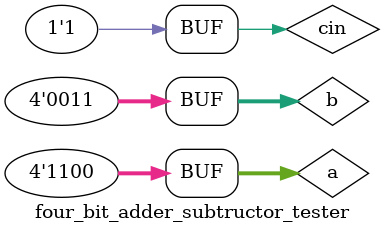
<source format=v>
module full_adder(s,cout,a,b,cin);
input a,b,cin;
output s,cout;
wire xor_ab;
wire and_ab;
wire and_c_xor_ab;
and(and_ab,a,b);
xor(xor_ab,a,b);
and(and_c_xor_ab,cin,xor_ab);
xor(s,a,b,cin);
or(cout,and_c_xor_ab,and_ab);

endmodule

module four_bit_adder_subtractor(s,cout,a,b,cin);
input [3:0]a,b;
input cin;
output [3:0]s;
output cout;

wire [3:0]complement;
xor(complement[0],b[0],cin);
xor(complement[1],b[1],cin);
xor(complement[2],b[2],cin);
xor(complement[3],b[3],cin);

wire [3:1]c;

full_adder fa0(s[0],c[1],a[0],complement[0],cin);
full_adder fa1(s[1],c[2],a[1],complement[1],c[1]);
full_adder fa2(s[2],c[3],a[2],complement[2],c[2]);
full_adder fa3(s[3],cout,a[3],complement[3],c[3]);

endmodule

module four_bit_adder_subtructor_tester;

reg [3:0]a,b;
reg cin;
wire [3:0]s;
wire cout;

four_bit_adder_subtractor four_a_s(s,cout,a,b,cin);
initial
begin

         #0  a = 4'b11;   b = 4'b1;    cin = 0; // 4
        #50 a = 4'b100;  b = 4'b10;   cin = 0; // 6
        #50 a = 4'b101;  b = 4'b110;  cin = 0; // 11
        #50 a = 4'b110;  b = 4'b111;  cin = 0; // 13
        #50 a = 4'b111;  b = 4'b1000; cin = 0; // 15
        #50 a = 4'b1001; b = 4'b1000; cin = 1; // 1
        #50 a = 4'b1001; b = 4'b11;   cin = 1; // 6
        #50 a = 4'b1100; b = 4'b1000; cin = 1; // 4
        #50 a = 4'b1100; b = 4'b11;   cin = 1; // 9
end




endmodule
</source>
